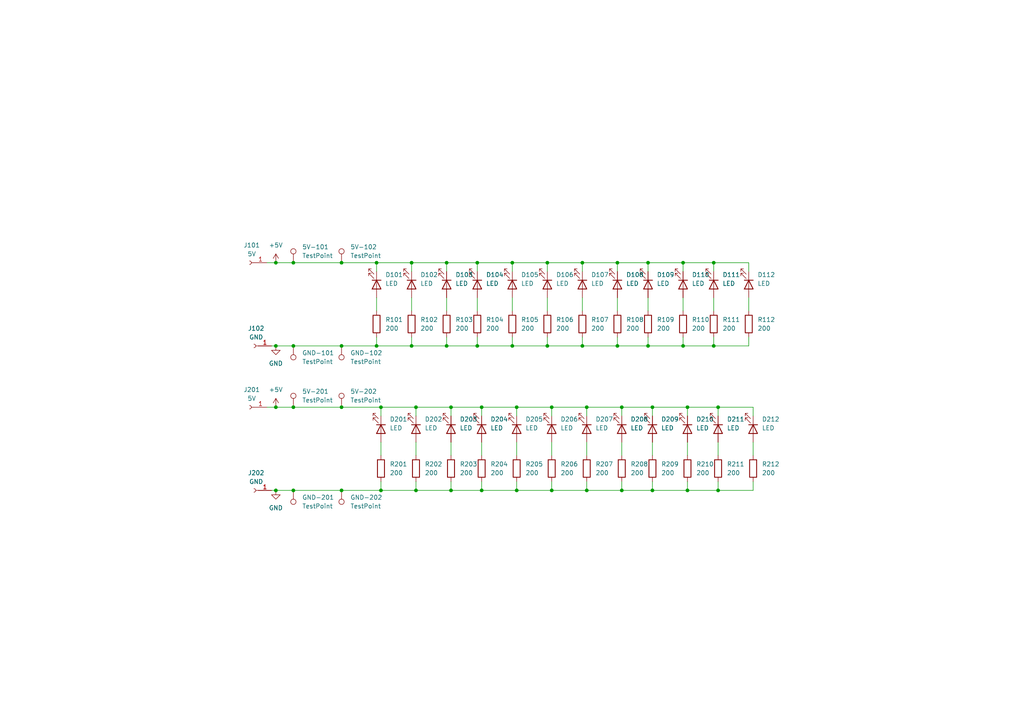
<source format=kicad_sch>
(kicad_sch (version 20211123) (generator eeschema)
  (paper "A4")
  (lib_symbols
    (symbol "Connector:Conn_01x01_Female" (pin_names (offset 1.016) hide)
      (property "Reference" "J" (at 0 2.54 0))
      (property "Value" "Conn_01x01_Female" (at 0 -2.54 0))
      (symbol "Conn_01x01_Female_1_1"
        (polyline (pts (xy -1.27 0) (xy -0.508 0)) (stroke (width 0.1524)))
        (arc (start 0 0.508) (mid -0.508 0) (end 0 -0.508) (stroke (width 0.1524)))
        (pin passive line (at -5.08 0 0) (length 3.81) (name "Pin_1") (number "1"))
      )
    )
    (symbol "Connector:TestPoint" (pin_numbers hide) (pin_names (offset 0.762) hide)
      (property "Reference" "TP" (at 0 6.858 0))
      (property "Value" "TestPoint" (at 0 5.08 0))
      (symbol "TestPoint_0_1"
        (circle (center 0 3.302) (radius 0.762))
      )
      (symbol "TestPoint_1_1"
        (pin passive line (at 0 0 90) (length 2.54) (name "1") (number "1"))
      )
    )
    (symbol "Device:LED" (pin_numbers hide) (pin_names (offset 1.016) hide)
      (property "Reference" "D" (at 0 2.54 0))
      (property "Value" "LED" (at 0 -2.54 0))
      (symbol "LED_0_1"
        (polyline (pts (xy -1.27 -1.27) (xy -1.27 1.27)) (stroke (width 0.254)))
        (polyline (pts (xy -1.27 0) (xy 1.27 0)))
        (polyline (pts (xy 1.27 -1.27) (xy 1.27 1.27) (xy -1.27 0) (xy 1.27 -1.27)) (stroke (width 0.254)))
        (polyline (pts (xy -3.048 -0.762) (xy -4.572 -2.286) (xy -3.81 -2.286) (xy -4.572 -2.286) (xy -4.572 -1.524)))
        (polyline (pts (xy -1.778 -0.762) (xy -3.302 -2.286) (xy -2.54 -2.286) (xy -3.302 -2.286) (xy -3.302 -1.524)))
      )
      (symbol "LED_1_1"
        (pin passive line (at -3.81 0 0) (length 2.54) (name "K") (number "1"))
        (pin passive line (at 3.81 0 180) (length 2.54) (name "A") (number "2"))
      )
    )
    (symbol "Device:R" (pin_numbers hide) (pin_names (offset 0))
      (property "Reference" "R" (at 2.032 0 90))
      (property "Value" "R" (at 0 0 90))
      (symbol "R_0_1"
        (rectangle (start -1.016 -2.54) (end 1.016 2.54) (stroke (width 0.254)))
      )
      (symbol "R_1_1"
        (pin passive line (at 0 3.81 270) (length 1.27) (name "~") (number "1"))
        (pin passive line (at 0 -3.81 90) (length 1.27) (name "~") (number "2"))
      )
    )
    (symbol "power:+5V" (power) (pin_names (offset 0))
      (property "Value" "+5V" (at 0 3.556 0))
      (symbol "+5V_0_1"
        (polyline (pts (xy -0.762 1.27) (xy 0 2.54)))
        (polyline (pts (xy 0 0) (xy 0 2.54)))
        (polyline (pts (xy 0 2.54) (xy 0.762 1.27)))
      )
      (symbol "+5V_1_1"
        (pin power_in line (at 0 0 90) (length 0) hide (name "+5V") (number "1"))
      )
    )
    (symbol "power:GND" (power) (pin_names (offset 0))
      (property "Value" "GND" (at 0 -3.81 0))
      (symbol "GND_0_1"
        (polyline (pts (xy 0 0) (xy 0 -1.27) (xy 1.27 -1.27) (xy 0 -2.54) (xy -1.27 -1.27) (xy 0 -1.27)))
      )
      (symbol "GND_1_1"
        (pin power_in line (at 0 0 270) (length 0) hide (name "GND") (number "1"))
      )
    )
  )
  (junction (at 130.81 118.11))
  (junction (at 138.43 100.33))
  (junction (at 170.18 142.24))
  (junction (at 120.65 142.24))
  (junction (at 80.01 100.33))
  (junction (at 99.06 100.33))
  (junction (at 110.49 118.11))
  (junction (at 199.39 142.24))
  (junction (at 148.59 100.33))
  (junction (at 168.91 100.33))
  (junction (at 207.01 76.2))
  (junction (at 189.23 118.11))
  (junction (at 119.38 100.33))
  (junction (at 207.01 100.33))
  (junction (at 160.02 142.24))
  (junction (at 170.18 118.11))
  (junction (at 180.34 118.11))
  (junction (at 179.07 100.33))
  (junction (at 139.7 118.11))
  (junction (at 139.7 142.24))
  (junction (at 168.91 76.2))
  (junction (at 129.54 76.2))
  (junction (at 180.34 142.24))
  (junction (at 85.09 118.11))
  (junction (at 148.59 76.2))
  (junction (at 110.49 142.24))
  (junction (at 149.86 142.24))
  (junction (at 187.96 76.2))
  (junction (at 85.09 100.33))
  (junction (at 80.01 142.24))
  (junction (at 198.12 100.33))
  (junction (at 160.02 118.11))
  (junction (at 85.09 76.2))
  (junction (at 198.12 76.2))
  (junction (at 99.06 118.11))
  (junction (at 109.22 76.2))
  (junction (at 158.75 100.33))
  (junction (at 99.06 142.24))
  (junction (at 109.22 100.33))
  (junction (at 120.65 118.11))
  (junction (at 179.07 76.2))
  (junction (at 158.75 76.2))
  (junction (at 129.54 100.33))
  (junction (at 138.43 76.2))
  (junction (at 149.86 118.11))
  (junction (at 99.06 76.2))
  (junction (at 208.28 118.11))
  (junction (at 189.23 142.24))
  (junction (at 80.01 76.2))
  (junction (at 130.81 142.24))
  (junction (at 208.28 142.24))
  (junction (at 199.39 118.11))
  (junction (at 80.01 118.11))
  (junction (at 119.38 76.2))
  (junction (at 85.09 142.24))
  (junction (at 187.96 100.33))
  (wire (pts (xy 160.02 142.24) (xy 170.18 142.24)))
  (wire (pts (xy 85.09 118.11) (xy 99.06 118.11)))
  (wire (pts (xy 189.23 120.65) (xy 189.23 118.11)))
  (wire (pts (xy 148.59 86.36) (xy 148.59 90.17)))
  (wire (pts (xy 198.12 76.2) (xy 198.12 78.74)))
  (wire (pts (xy 129.54 100.33) (xy 138.43 100.33)))
  (wire (pts (xy 130.81 142.24) (xy 139.7 142.24)))
  (wire (pts (xy 158.75 76.2) (xy 168.91 76.2)))
  (wire (pts (xy 129.54 97.79) (xy 129.54 100.33)))
  (wire (pts (xy 168.91 86.36) (xy 168.91 90.17)))
  (wire (pts (xy 168.91 76.2) (xy 168.91 78.74)))
  (wire (pts (xy 180.34 118.11) (xy 180.34 120.65)))
  (wire (pts (xy 217.17 100.33) (xy 217.17 97.79)))
  (wire (pts (xy 119.38 76.2) (xy 119.38 78.74)))
  (wire (pts (xy 109.22 100.33) (xy 119.38 100.33)))
  (wire (pts (xy 138.43 97.79) (xy 138.43 100.33)))
  (wire (pts (xy 77.47 76.2) (xy 80.01 76.2)))
  (wire (pts (xy 160.02 118.11) (xy 160.02 120.65)))
  (wire (pts (xy 139.7 142.24) (xy 149.86 142.24)))
  (wire (pts (xy 207.01 76.2) (xy 217.17 76.2)))
  (wire (pts (xy 170.18 118.11) (xy 180.34 118.11)))
  (wire (pts (xy 139.7 118.11) (xy 139.7 120.65)))
  (wire (pts (xy 189.23 139.7) (xy 189.23 142.24)))
  (wire (pts (xy 110.49 128.27) (xy 110.49 132.08)))
  (wire (pts (xy 158.75 86.36) (xy 158.75 90.17)))
  (wire (pts (xy 85.09 142.24) (xy 99.06 142.24)))
  (wire (pts (xy 160.02 139.7) (xy 160.02 142.24)))
  (wire (pts (xy 77.47 118.11) (xy 80.01 118.11)))
  (wire (pts (xy 139.7 128.27) (xy 139.7 132.08)))
  (wire (pts (xy 218.44 118.11) (xy 218.44 120.65)))
  (wire (pts (xy 109.22 76.2) (xy 109.22 78.74)))
  (wire (pts (xy 138.43 76.2) (xy 148.59 76.2)))
  (wire (pts (xy 180.34 139.7) (xy 180.34 142.24)))
  (wire (pts (xy 120.65 139.7) (xy 120.65 142.24)))
  (wire (pts (xy 160.02 128.27) (xy 160.02 132.08)))
  (wire (pts (xy 138.43 100.33) (xy 148.59 100.33)))
  (wire (pts (xy 110.49 142.24) (xy 110.49 139.7)))
  (wire (pts (xy 80.01 142.24) (xy 85.09 142.24)))
  (wire (pts (xy 109.22 76.2) (xy 119.38 76.2)))
  (wire (pts (xy 189.23 128.27) (xy 189.23 132.08)))
  (wire (pts (xy 158.75 100.33) (xy 168.91 100.33)))
  (wire (pts (xy 170.18 118.11) (xy 170.18 120.65)))
  (wire (pts (xy 129.54 76.2) (xy 138.43 76.2)))
  (wire (pts (xy 187.96 78.74) (xy 187.96 76.2)))
  (wire (pts (xy 149.86 139.7) (xy 149.86 142.24)))
  (wire (pts (xy 80.01 118.11) (xy 85.09 118.11)))
  (wire (pts (xy 99.06 118.11) (xy 110.49 118.11)))
  (wire (pts (xy 170.18 128.27) (xy 170.18 132.08)))
  (wire (pts (xy 168.91 100.33) (xy 179.07 100.33)))
  (wire (pts (xy 199.39 118.11) (xy 199.39 120.65)))
  (wire (pts (xy 179.07 100.33) (xy 187.96 100.33)))
  (wire (pts (xy 78.74 100.33) (xy 80.01 100.33)))
  (wire (pts (xy 80.01 76.2) (xy 85.09 76.2)))
  (wire (pts (xy 120.65 118.11) (xy 120.65 120.65)))
  (wire (pts (xy 180.34 128.27) (xy 180.34 132.08)))
  (wire (pts (xy 119.38 100.33) (xy 129.54 100.33)))
  (wire (pts (xy 110.49 118.11) (xy 110.49 120.65)))
  (wire (pts (xy 119.38 86.36) (xy 119.38 90.17)))
  (wire (pts (xy 129.54 86.36) (xy 129.54 90.17)))
  (wire (pts (xy 160.02 118.11) (xy 170.18 118.11)))
  (wire (pts (xy 189.23 118.11) (xy 199.39 118.11)))
  (wire (pts (xy 168.91 97.79) (xy 168.91 100.33)))
  (wire (pts (xy 130.81 139.7) (xy 130.81 142.24)))
  (wire (pts (xy 217.17 86.36) (xy 217.17 90.17)))
  (wire (pts (xy 179.07 86.36) (xy 179.07 90.17)))
  (wire (pts (xy 120.65 118.11) (xy 130.81 118.11)))
  (wire (pts (xy 180.34 142.24) (xy 189.23 142.24)))
  (wire (pts (xy 120.65 128.27) (xy 120.65 132.08)))
  (wire (pts (xy 198.12 100.33) (xy 198.12 97.79)))
  (wire (pts (xy 208.28 120.65) (xy 208.28 118.11)))
  (wire (pts (xy 148.59 97.79) (xy 148.59 100.33)))
  (wire (pts (xy 148.59 76.2) (xy 148.59 78.74)))
  (wire (pts (xy 130.81 118.11) (xy 139.7 118.11)))
  (wire (pts (xy 120.65 142.24) (xy 130.81 142.24)))
  (wire (pts (xy 189.23 142.24) (xy 199.39 142.24)))
  (wire (pts (xy 198.12 76.2) (xy 207.01 76.2)))
  (wire (pts (xy 99.06 142.24) (xy 110.49 142.24)))
  (wire (pts (xy 180.34 118.11) (xy 189.23 118.11)))
  (wire (pts (xy 198.12 86.36) (xy 198.12 90.17)))
  (wire (pts (xy 138.43 76.2) (xy 138.43 78.74)))
  (wire (pts (xy 179.07 97.79) (xy 179.07 100.33)))
  (wire (pts (xy 168.91 76.2) (xy 179.07 76.2)))
  (wire (pts (xy 129.54 78.74) (xy 129.54 76.2)))
  (wire (pts (xy 78.74 142.24) (xy 80.01 142.24)))
  (wire (pts (xy 149.86 128.27) (xy 149.86 132.08)))
  (wire (pts (xy 170.18 139.7) (xy 170.18 142.24)))
  (wire (pts (xy 99.06 100.33) (xy 109.22 100.33)))
  (wire (pts (xy 110.49 142.24) (xy 120.65 142.24)))
  (wire (pts (xy 85.09 76.2) (xy 99.06 76.2)))
  (wire (pts (xy 109.22 86.36) (xy 109.22 90.17)))
  (wire (pts (xy 208.28 139.7) (xy 208.28 142.24)))
  (wire (pts (xy 130.81 120.65) (xy 130.81 118.11)))
  (wire (pts (xy 187.96 86.36) (xy 187.96 90.17)))
  (wire (pts (xy 85.09 100.33) (xy 99.06 100.33)))
  (wire (pts (xy 119.38 76.2) (xy 129.54 76.2)))
  (wire (pts (xy 170.18 142.24) (xy 180.34 142.24)))
  (wire (pts (xy 109.22 100.33) (xy 109.22 97.79)))
  (wire (pts (xy 208.28 128.27) (xy 208.28 132.08)))
  (wire (pts (xy 80.01 100.33) (xy 85.09 100.33)))
  (wire (pts (xy 207.01 86.36) (xy 207.01 90.17)))
  (wire (pts (xy 119.38 97.79) (xy 119.38 100.33)))
  (wire (pts (xy 208.28 118.11) (xy 218.44 118.11)))
  (wire (pts (xy 199.39 142.24) (xy 208.28 142.24)))
  (wire (pts (xy 179.07 76.2) (xy 187.96 76.2)))
  (wire (pts (xy 208.28 142.24) (xy 218.44 142.24)))
  (wire (pts (xy 187.96 100.33) (xy 198.12 100.33)))
  (wire (pts (xy 217.17 76.2) (xy 217.17 78.74)))
  (wire (pts (xy 148.59 100.33) (xy 158.75 100.33)))
  (wire (pts (xy 130.81 128.27) (xy 130.81 132.08)))
  (wire (pts (xy 218.44 128.27) (xy 218.44 132.08)))
  (wire (pts (xy 148.59 76.2) (xy 158.75 76.2)))
  (wire (pts (xy 199.39 142.24) (xy 199.39 139.7)))
  (wire (pts (xy 149.86 118.11) (xy 149.86 120.65)))
  (wire (pts (xy 149.86 118.11) (xy 160.02 118.11)))
  (wire (pts (xy 187.96 97.79) (xy 187.96 100.33)))
  (wire (pts (xy 110.49 118.11) (xy 120.65 118.11)))
  (wire (pts (xy 199.39 118.11) (xy 208.28 118.11)))
  (wire (pts (xy 179.07 76.2) (xy 179.07 78.74)))
  (wire (pts (xy 207.01 97.79) (xy 207.01 100.33)))
  (wire (pts (xy 139.7 118.11) (xy 149.86 118.11)))
  (wire (pts (xy 207.01 78.74) (xy 207.01 76.2)))
  (wire (pts (xy 198.12 100.33) (xy 207.01 100.33)))
  (wire (pts (xy 138.43 86.36) (xy 138.43 90.17)))
  (wire (pts (xy 149.86 142.24) (xy 160.02 142.24)))
  (wire (pts (xy 139.7 139.7) (xy 139.7 142.24)))
  (wire (pts (xy 158.75 76.2) (xy 158.75 78.74)))
  (wire (pts (xy 218.44 142.24) (xy 218.44 139.7)))
  (wire (pts (xy 99.06 76.2) (xy 109.22 76.2)))
  (wire (pts (xy 207.01 100.33) (xy 217.17 100.33)))
  (wire (pts (xy 158.75 97.79) (xy 158.75 100.33)))
  (wire (pts (xy 199.39 128.27) (xy 199.39 132.08)))
  (wire (pts (xy 187.96 76.2) (xy 198.12 76.2)))
  (symbol (lib_id "Device:LED") (at 217.17 82.55 270) (unit 1)
    (property "Reference" "D112" (at 219.71 79.6924 90) (effects (justify left)))
    (property "Value" "LED" (at 219.71 82.2324 90) (effects (justify left)))
    (property "Footprint" "LED_SMD:LED_0807_Slow_Flashing_Diode" (effects hide))
  )
  (symbol (lib_id "Device:LED") (at 149.86 124.46 270) (unit 1)
    (property "Reference" "D205" (at 152.4 121.6024 90) (effects (justify left)))
    (property "Value" "LED" (at 152.4 124.1424 90) (effects (justify left)))
    (property "Footprint" "LED_SMD:LED_0807_Slow_Flashing_Diode" (effects hide))
  )
  (symbol (lib_id "Device:LED") (at 199.39 124.46 270) (unit 1)
    (property "Reference" "D210" (at 201.93 121.6024 90) (effects (justify left)))
    (property "Value" "LED" (at 201.93 124.1424 90) (effects (justify left)))
    (property "Footprint" "LED_SMD:LED_0807_Slow_Flashing_Diode" (effects hide))
  )
  (symbol (lib_id "Device:LED") (at 180.34 124.46 270) (unit 1)
    (property "Reference" "D208" (at 182.88 121.6024 90) (effects (justify left)))
    (property "Value" "LED" (at 182.88 124.1424 90) (effects (justify left)))
    (property "Footprint" "LED_SMD:LED_0807_Slow_Flashing_Diode" (effects hide))
  )
  (symbol (lib_id "Connector:Conn_01x01_Female") (at 73.66 142.24 180) (unit 1)
    (property "Reference" "J202" (at 74.295 137.16 0))
    (property "Value" "GND" (at 74.295 139.7 0))
    (property "Footprint" "Connector_Wire:SolderWire-1.5sqmm_1x01_D1.7mm_OD3.9mm" (effects hide))
  )
  (symbol (lib_id "Device:LED") (at 187.96 82.55 270) (unit 1)
    (property "Reference" "D109" (at 190.5 79.6924 90) (effects (justify left)))
    (property "Value" "LED" (at 190.5 82.2324 90) (effects (justify left)))
    (property "Footprint" "LED_SMD:LED_0807_Slow_Flashing_Diode" (effects hide))
  )
  (symbol (lib_id "Device:R") (at 138.43 93.98 0) (unit 1)
    (property "Reference" "R104" (at 140.97 92.7099 0) (effects (justify left)))
    (property "Value" "200" (at 140.97 95.2499 0) (effects (justify left)))
    (property "Footprint" "Resistor_SMD:R_0805_2012Metric_Pad1.20x1.40mm_HandSolder" (effects hide))
  )
  (symbol (lib_id "power:GND") (at 80.01 142.24 0) (unit 1)
    (property "Reference" "#PWR0103" (effects hide))
    (property "Value" "GND" (at 80.01 147.32 0))
  )
  (symbol (lib_id "Connector:TestPoint") (at 99.06 76.2 0) (unit 1)
    (property "Reference" "5V-102" (at 101.6 71.6279 0) (effects (justify left)))
    (property "Value" "TestPoint" (at 101.6 74.1679 0) (effects (justify left)))
    (property "Footprint" "TestPoint:TestPoint_Pad_3.0x3.0mm" (effects hide))
  )
  (symbol (lib_id "Device:LED") (at 129.54 82.55 270) (unit 1)
    (property "Reference" "D103" (at 132.08 79.6924 90) (effects (justify left)))
    (property "Value" "LED" (at 132.08 82.2324 90) (effects (justify left)))
    (property "Footprint" "LED_SMD:LED_0807_Slow_Flashing_Diode" (effects hide))
  )
  (symbol (lib_id "Device:LED") (at 148.59 82.55 270) (unit 1)
    (property "Reference" "D105" (at 151.13 79.6924 90) (effects (justify left)))
    (property "Value" "LED" (at 151.13 82.2324 90) (effects (justify left)))
    (property "Footprint" "LED_SMD:LED_0807_Slow_Flashing_Diode" (effects hide))
  )
  (symbol (lib_id "Device:LED") (at 160.02 124.46 270) (unit 1)
    (property "Reference" "D206" (at 162.56 121.6024 90) (effects (justify left)))
    (property "Value" "LED" (at 162.56 124.1424 90) (effects (justify left)))
    (property "Footprint" "LED_SMD:LED_0807_Slow_Flashing_Diode" (effects hide))
  )
  (symbol (lib_id "Connector:TestPoint") (at 85.09 76.2 0) (unit 1)
    (property "Reference" "5V-101" (at 87.63 71.6279 0) (effects (justify left)))
    (property "Value" "TestPoint" (at 87.63 74.1679 0) (effects (justify left)))
    (property "Footprint" "TestPoint:TestPoint_Pad_3.0x3.0mm" (effects hide))
  )
  (symbol (lib_id "Device:R") (at 129.54 93.98 0) (unit 1)
    (property "Reference" "R103" (at 132.08 92.7099 0) (effects (justify left)))
    (property "Value" "200" (at 132.08 95.2499 0) (effects (justify left)))
    (property "Footprint" "Resistor_SMD:R_0805_2012Metric_Pad1.20x1.40mm_HandSolder" (effects hide))
  )
  (symbol (lib_id "Device:LED") (at 139.7 124.46 270) (unit 1)
    (property "Reference" "D204" (at 142.24 121.6024 90) (effects (justify left)))
    (property "Value" "LED" (at 142.24 124.1424 90) (effects (justify left)))
    (property "Footprint" "LED_SMD:LED_0807_Slow_Flashing_Diode" (effects hide))
  )
  (symbol (lib_id "Device:LED") (at 189.23 124.46 270) (unit 1)
    (property "Reference" "D209" (at 191.77 121.6024 90) (effects (justify left)))
    (property "Value" "LED" (at 191.77 124.1424 90) (effects (justify left)))
    (property "Footprint" "LED_SMD:LED_0807_Slow_Flashing_Diode" (effects hide))
  )
  (symbol (lib_id "Device:R") (at 179.07 93.98 0) (unit 1)
    (property "Reference" "R108" (at 181.61 92.7099 0) (effects (justify left)))
    (property "Value" "200" (at 181.61 95.2499 0) (effects (justify left)))
    (property "Footprint" "Resistor_SMD:R_0805_2012Metric_Pad1.20x1.40mm_HandSolder" (effects hide))
  )
  (symbol (lib_id "Device:LED") (at 168.91 82.55 270) (unit 1)
    (property "Reference" "D107" (at 171.45 79.6924 90) (effects (justify left)))
    (property "Value" "LED" (at 171.45 82.2324 90) (effects (justify left)))
    (property "Footprint" "LED_SMD:LED_0807_Slow_Flashing_Diode" (effects hide))
  )
  (symbol (lib_id "Device:LED") (at 218.44 124.46 270) (unit 1)
    (property "Reference" "D212" (at 220.98 121.6024 90) (effects (justify left)))
    (property "Value" "LED" (at 220.98 124.1424 90) (effects (justify left)))
    (property "Footprint" "LED_SMD:LED_0807_Slow_Flashing_Diode" (effects hide))
  )
  (symbol (lib_id "Device:LED") (at 120.65 124.46 270) (unit 1)
    (property "Reference" "D202" (at 123.19 121.6024 90) (effects (justify left)))
    (property "Value" "LED" (at 123.19 124.1424 90) (effects (justify left)))
    (property "Footprint" "LED_SMD:LED_0807_Slow_Flashing_Diode" (effects hide))
  )
  (symbol (lib_id "Device:LED") (at 158.75 82.55 270) (unit 1)
    (property "Reference" "D106" (at 161.29 79.6924 90) (effects (justify left)))
    (property "Value" "LED" (at 161.29 82.2324 90) (effects (justify left)))
    (property "Footprint" "LED_SMD:LED_0807_Slow_Flashing_Diode" (effects hide))
  )
  (symbol (lib_id "Device:R") (at 168.91 93.98 0) (unit 1)
    (property "Reference" "R107" (at 171.45 92.7099 0) (effects (justify left)))
    (property "Value" "200" (at 171.45 95.2499 0) (effects (justify left)))
    (property "Footprint" "Resistor_SMD:R_0805_2012Metric_Pad1.20x1.40mm_HandSolder" (effects hide))
  )
  (symbol (lib_id "power:GND") (at 80.01 100.33 0) (unit 1)
    (property "Reference" "#PWR0102" (effects hide))
    (property "Value" "GND" (at 80.01 105.41 0))
  )
  (symbol (lib_id "Connector:TestPoint") (at 99.06 100.33 180) (unit 1)
    (property "Reference" "GND-102" (at 101.6 102.3619 0) (effects (justify right)))
    (property "Value" "TestPoint" (at 101.6 104.9019 0) (effects (justify right)))
    (property "Footprint" "TestPoint:TestPoint_Pad_3.0x3.0mm" (effects hide))
  )
  (symbol (lib_id "Device:R") (at 180.34 135.89 0) (unit 1)
    (property "Reference" "R208" (at 182.88 134.6199 0) (effects (justify left)))
    (property "Value" "200" (at 182.88 137.1599 0) (effects (justify left)))
    (property "Footprint" "Resistor_SMD:R_0805_2012Metric_Pad1.20x1.40mm_HandSolder" (effects hide))
  )
  (symbol (lib_id "Connector:TestPoint") (at 99.06 142.24 180) (unit 1)
    (property "Reference" "GND-202" (at 101.6 144.2719 0) (effects (justify right)))
    (property "Value" "TestPoint" (at 101.6 146.8119 0) (effects (justify right)))
    (property "Footprint" "TestPoint:TestPoint_Pad_3.0x3.0mm" (effects hide))
  )
  (symbol (lib_id "Device:R") (at 170.18 135.89 0) (unit 1)
    (property "Reference" "R207" (at 172.72 134.6199 0) (effects (justify left)))
    (property "Value" "200" (at 172.72 137.1599 0) (effects (justify left)))
    (property "Footprint" "Resistor_SMD:R_0805_2012Metric_Pad1.20x1.40mm_HandSolder" (effects hide))
  )
  (symbol (lib_id "Device:R") (at 120.65 135.89 0) (unit 1)
    (property "Reference" "R202" (at 123.19 134.6199 0) (effects (justify left)))
    (property "Value" "200" (at 123.19 137.1599 0) (effects (justify left)))
    (property "Footprint" "Resistor_SMD:R_0805_2012Metric_Pad1.20x1.40mm_HandSolder" (effects hide))
  )
  (symbol (lib_id "Device:LED") (at 109.22 82.55 270) (unit 1)
    (property "Reference" "D101" (at 111.76 79.6924 90) (effects (justify left)))
    (property "Value" "LED" (at 111.76 82.2324 90) (effects (justify left)))
    (property "Footprint" "LED_SMD:LED_0807_Slow_Flashing_Diode" (effects hide))
  )
  (symbol (lib_id "Device:LED") (at 138.43 82.55 270) (unit 1)
    (property "Reference" "D104" (at 140.97 79.6924 90) (effects (justify left)))
    (property "Value" "LED" (at 140.97 82.2324 90) (effects (justify left)))
    (property "Footprint" "LED_SMD:LED_0807_Slow_Flashing_Diode" (effects hide))
  )
  (symbol (lib_id "Device:R") (at 109.22 93.98 0) (unit 1)
    (property "Reference" "R101" (at 111.76 92.7099 0) (effects (justify left)))
    (property "Value" "200" (at 111.76 95.2499 0) (effects (justify left)))
    (property "Footprint" "Resistor_SMD:R_0805_2012Metric_Pad1.20x1.40mm_HandSolder" (effects hide))
  )
  (symbol (lib_id "Device:R") (at 130.81 135.89 0) (unit 1)
    (property "Reference" "R203" (at 133.35 134.6199 0) (effects (justify left)))
    (property "Value" "200" (at 133.35 137.1599 0) (effects (justify left)))
    (property "Footprint" "Resistor_SMD:R_0805_2012Metric_Pad1.20x1.40mm_HandSolder" (effects hide))
  )
  (symbol (lib_id "Connector:TestPoint") (at 99.06 118.11 0) (unit 1)
    (property "Reference" "5V-202" (at 101.6 113.5379 0) (effects (justify left)))
    (property "Value" "TestPoint" (at 101.6 116.0779 0) (effects (justify left)))
    (property "Footprint" "TestPoint:TestPoint_Pad_3.0x3.0mm" (effects hide))
  )
  (symbol (lib_id "Connector:TestPoint") (at 85.09 100.33 180) (unit 1)
    (property "Reference" "GND-101" (at 87.63 102.3619 0) (effects (justify right)))
    (property "Value" "TestPoint" (at 87.63 104.9019 0) (effects (justify right)))
    (property "Footprint" "TestPoint:TestPoint_Pad_3.0x3.0mm" (effects hide))
  )
  (symbol (lib_id "Device:LED") (at 208.28 124.46 270) (unit 1)
    (property "Reference" "D211" (at 210.82 121.6024 90) (effects (justify left)))
    (property "Value" "LED" (at 210.82 124.1424 90) (effects (justify left)))
    (property "Footprint" "LED_SMD:LED_0807_Slow_Flashing_Diode" (effects hide))
  )
  (symbol (lib_id "Device:R") (at 207.01 93.98 0) (unit 1)
    (property "Reference" "R111" (at 209.55 92.7099 0) (effects (justify left)))
    (property "Value" "200" (at 209.55 95.2499 0) (effects (justify left)))
    (property "Footprint" "Resistor_SMD:R_0805_2012Metric_Pad1.20x1.40mm_HandSolder" (effects hide))
  )
  (symbol (lib_id "Device:LED") (at 170.18 124.46 270) (unit 1)
    (property "Reference" "D207" (at 172.72 121.6024 90) (effects (justify left)))
    (property "Value" "LED" (at 172.72 124.1424 90) (effects (justify left)))
    (property "Footprint" "LED_SMD:LED_0807_Slow_Flashing_Diode" (effects hide))
  )
  (symbol (lib_id "Connector:Conn_01x01_Female") (at 73.66 100.33 180) (unit 1)
    (property "Reference" "J102" (at 74.295 95.25 0))
    (property "Value" "GND" (at 74.295 97.79 0))
    (property "Footprint" "Connector_Wire:SolderWire-1.5sqmm_1x01_D1.7mm_OD3.9mm" (effects hide))
  )
  (symbol (lib_id "power:+5V") (at 80.01 118.11 0) (unit 1)
    (property "Reference" "#PWR0104" (effects hide))
    (property "Value" "+5V" (at 80.01 113.03 0))
  )
  (symbol (lib_id "Device:R") (at 139.7 135.89 0) (unit 1)
    (property "Reference" "R204" (at 142.24 134.6199 0) (effects (justify left)))
    (property "Value" "200" (at 142.24 137.1599 0) (effects (justify left)))
    (property "Footprint" "Resistor_SMD:R_0805_2012Metric_Pad1.20x1.40mm_HandSolder" (effects hide))
  )
  (symbol (lib_id "Connector:Conn_01x01_Female") (at 72.39 76.2 180) (unit 1)
    (property "Reference" "J101" (at 73.025 71.12 0))
    (property "Value" "5V" (at 73.025 73.66 0))
    (property "Footprint" "Connector_Wire:SolderWire-1.5sqmm_1x01_D1.7mm_OD3.9mm" (effects hide))
  )
  (symbol (lib_id "Device:R") (at 217.17 93.98 0) (unit 1)
    (property "Reference" "R112" (at 219.71 92.7099 0) (effects (justify left)))
    (property "Value" "200" (at 219.71 95.2499 0) (effects (justify left)))
    (property "Footprint" "Resistor_SMD:R_0805_2012Metric_Pad1.20x1.40mm_HandSolder" (effects hide))
  )
  (symbol (lib_id "Connector:TestPoint") (at 85.09 142.24 180) (unit 1)
    (property "Reference" "GND-201" (at 87.63 144.2719 0) (effects (justify right)))
    (property "Value" "TestPoint" (at 87.63 146.8119 0) (effects (justify right)))
    (property "Footprint" "TestPoint:TestPoint_Pad_3.0x3.0mm" (effects hide))
  )
  (symbol (lib_id "Device:R") (at 110.49 135.89 0) (unit 1)
    (property "Reference" "R201" (at 113.03 134.6199 0) (effects (justify left)))
    (property "Value" "200" (at 113.03 137.1599 0) (effects (justify left)))
    (property "Footprint" "Resistor_SMD:R_0805_2012Metric_Pad1.20x1.40mm_HandSolder" (effects hide))
  )
  (symbol (lib_id "Device:R") (at 218.44 135.89 0) (unit 1)
    (property "Reference" "R212" (at 220.98 134.6199 0) (effects (justify left)))
    (property "Value" "200" (at 220.98 137.1599 0) (effects (justify left)))
    (property "Footprint" "Resistor_SMD:R_0805_2012Metric_Pad1.20x1.40mm_HandSolder" (effects hide))
  )
  (symbol (lib_id "Device:R") (at 148.59 93.98 0) (unit 1)
    (property "Reference" "R105" (at 151.13 92.7099 0) (effects (justify left)))
    (property "Value" "200" (at 151.13 95.2499 0) (effects (justify left)))
    (property "Footprint" "Resistor_SMD:R_0805_2012Metric_Pad1.20x1.40mm_HandSolder" (effects hide))
  )
  (symbol (lib_id "Device:LED") (at 119.38 82.55 270) (unit 1)
    (property "Reference" "D102" (at 121.92 79.6924 90) (effects (justify left)))
    (property "Value" "LED" (at 121.92 82.2324 90) (effects (justify left)))
    (property "Footprint" "LED_SMD:LED_0807_Slow_Flashing_Diode" (effects hide))
  )
  (symbol (lib_id "Device:R") (at 198.12 93.98 0) (unit 1)
    (property "Reference" "R110" (at 200.66 92.7099 0) (effects (justify left)))
    (property "Value" "200" (at 200.66 95.2499 0) (effects (justify left)))
    (property "Footprint" "Resistor_SMD:R_0805_2012Metric_Pad1.20x1.40mm_HandSolder" (effects hide))
  )
  (symbol (lib_id "Connector:Conn_01x01_Female") (at 72.39 118.11 180) (unit 1)
    (property "Reference" "J201" (at 73.025 113.03 0))
    (property "Value" "5V" (at 73.025 115.57 0))
    (property "Footprint" "Connector_Wire:SolderWire-1.5sqmm_1x01_D1.7mm_OD3.9mm" (effects hide))
  )
  (symbol (lib_id "Device:LED") (at 198.12 82.55 270) (unit 1)
    (property "Reference" "D110" (at 200.66 79.6924 90) (effects (justify left)))
    (property "Value" "LED" (at 200.66 82.2324 90) (effects (justify left)))
    (property "Footprint" "LED_SMD:LED_0807_Slow_Flashing_Diode" (effects hide))
  )
  (symbol (lib_id "Device:R") (at 187.96 93.98 0) (unit 1)
    (property "Reference" "R109" (at 190.5 92.7099 0) (effects (justify left)))
    (property "Value" "200" (at 190.5 95.2499 0) (effects (justify left)))
    (property "Footprint" "Resistor_SMD:R_0805_2012Metric_Pad1.20x1.40mm_HandSolder" (effects hide))
  )
  (symbol (lib_id "Device:R") (at 158.75 93.98 0) (unit 1)
    (property "Reference" "R106" (at 161.29 92.7099 0) (effects (justify left)))
    (property "Value" "200" (at 161.29 95.2499 0) (effects (justify left)))
    (property "Footprint" "Resistor_SMD:R_0805_2012Metric_Pad1.20x1.40mm_HandSolder" (effects hide))
  )
  (symbol (lib_id "Device:LED") (at 207.01 82.55 270) (unit 1)
    (property "Reference" "D111" (at 209.55 79.6924 90) (effects (justify left)))
    (property "Value" "LED" (at 209.55 82.2324 90) (effects (justify left)))
    (property "Footprint" "LED_SMD:LED_0807_Slow_Flashing_Diode" (effects hide))
  )
  (symbol (lib_id "Device:R") (at 149.86 135.89 0) (unit 1)
    (property "Reference" "R205" (at 152.4 134.6199 0) (effects (justify left)))
    (property "Value" "200" (at 152.4 137.1599 0) (effects (justify left)))
    (property "Footprint" "Resistor_SMD:R_0805_2012Metric_Pad1.20x1.40mm_HandSolder" (effects hide))
  )
  (symbol (lib_id "power:+5V") (at 80.01 76.2 0) (unit 1)
    (property "Reference" "#PWR0101" (effects hide))
    (property "Value" "+5V" (at 80.01 71.12 0))
  )
  (symbol (lib_id "Device:LED") (at 179.07 82.55 270) (unit 1)
    (property "Reference" "D108" (at 181.61 79.6924 90) (effects (justify left)))
    (property "Value" "LED" (at 181.61 82.2324 90) (effects (justify left)))
    (property "Footprint" "LED_SMD:LED_0807_Slow_Flashing_Diode" (effects hide))
  )
  (symbol (lib_id "Device:R") (at 208.28 135.89 0) (unit 1)
    (property "Reference" "R211" (at 210.82 134.6199 0) (effects (justify left)))
    (property "Value" "200" (at 210.82 137.1599 0) (effects (justify left)))
    (property "Footprint" "Resistor_SMD:R_0805_2012Metric_Pad1.20x1.40mm_HandSolder" (effects hide))
  )
  (symbol (lib_id "Device:LED") (at 110.49 124.46 270) (unit 1)
    (property "Reference" "D201" (at 113.03 121.6024 90) (effects (justify left)))
    (property "Value" "LED" (at 113.03 124.1424 90) (effects (justify left)))
    (property "Footprint" "LED_SMD:LED_0807_Slow_Flashing_Diode" (effects hide))
  )
  (symbol (lib_id "Device:R") (at 160.02 135.89 0) (unit 1)
    (property "Reference" "R206" (at 162.56 134.6199 0) (effects (justify left)))
    (property "Value" "200" (at 162.56 137.1599 0) (effects (justify left)))
    (property "Footprint" "Resistor_SMD:R_0805_2012Metric_Pad1.20x1.40mm_HandSolder" (effects hide))
  )
  (symbol (lib_id "Device:R") (at 189.23 135.89 0) (unit 1)
    (property "Reference" "R209" (at 191.77 134.6199 0) (effects (justify left)))
    (property "Value" "200" (at 191.77 137.1599 0) (effects (justify left)))
    (property "Footprint" "Resistor_SMD:R_0805_2012Metric_Pad1.20x1.40mm_HandSolder" (effects hide))
  )
  (symbol (lib_id "Device:R") (at 119.38 93.98 0) (unit 1)
    (property "Reference" "R102" (at 121.92 92.7099 0) (effects (justify left)))
    (property "Value" "200" (at 121.92 95.2499 0) (effects (justify left)))
    (property "Footprint" "Resistor_SMD:R_0805_2012Metric_Pad1.20x1.40mm_HandSolder" (effects hide))
  )
  (symbol (lib_id "Connector:TestPoint") (at 85.09 118.11 0) (unit 1)
    (property "Reference" "5V-201" (at 87.63 113.5379 0) (effects (justify left)))
    (property "Value" "TestPoint" (at 87.63 116.0779 0) (effects (justify left)))
    (property "Footprint" "TestPoint:TestPoint_Pad_3.0x3.0mm" (effects hide))
  )
  (symbol (lib_id "Device:R") (at 199.39 135.89 0) (unit 1)
    (property "Reference" "R210" (at 201.93 134.6199 0) (effects (justify left)))
    (property "Value" "200" (at 201.93 137.1599 0) (effects (justify left)))
    (property "Footprint" "Resistor_SMD:R_0805_2012Metric_Pad1.20x1.40mm_HandSolder" (effects hide))
  )
  (symbol (lib_id "Device:LED") (at 130.81 124.46 270) (unit 1)
    (property "Reference" "D203" (at 133.35 121.6024 90) (effects (justify left)))
    (property "Value" "LED" (at 133.35 124.1424 90) (effects (justify left)))
    (property "Footprint" "LED_SMD:LED_0807_Slow_Flashing_Diode" (effects hide))
  )
)
</source>
